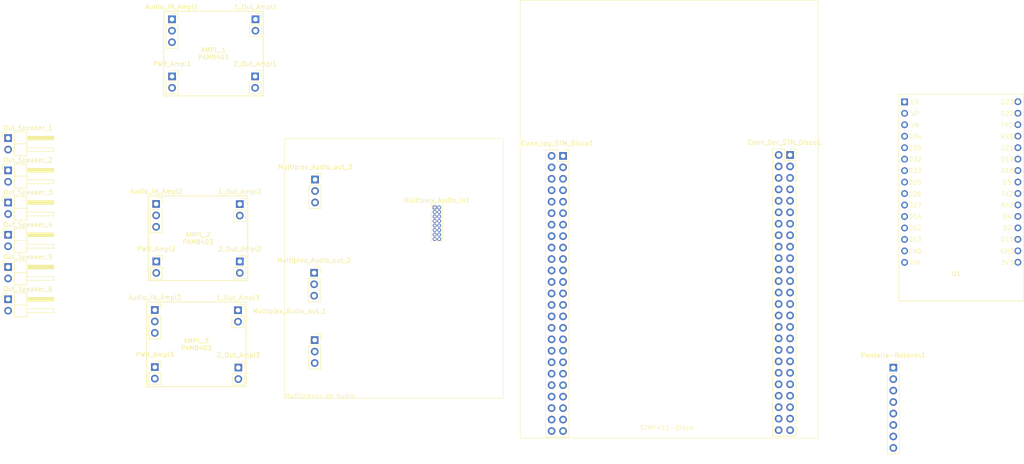
<source format=kicad_pcb>
(kicad_pcb (version 20241229) (generator "pcbnew") (generator_version "9.0")
  (layers (0 "F.Cu" signal) (2 "B.Cu" signal) (13 "F.Paste" user) (15 "B.Paste" user) (5 "F.SilkS" user "F.Silkscreen") (7 "B.SilkS" user "B.Silkscreen") (1 "F.Mask" user) (3 "B.Mask" user) (25 "Edge.Cuts" user))
  (net 0 "")
  (net 1 "/PA15")
  (net 2 "/3V")
  (net 3 "/PB3")
  (net 4 "/PC14")
  (net 5 "/PB9")
  (net 6 "/GND")
  (net 7 "/PE2")
  (net 8 "/PC12")
  (net 9 "/PB8")
  (net 10 "/PC7")
  (net 11 "/PD4")
  (net 12 "/PD1")
  (net 13 "/PC9")
  (net 14 "/PE3")
  (net 15 "/PE5")
  (net 16 "/PH0")
  (net 17 "/PD6")
  (net 18 "/PH1")
  (net 19 "/PA9")
  (net 20 "/PE6")
  (net 21 "/PE4")
  (net 22 "/PB7")
  (net 23 "/PD5")
  (net 24 "/PC10")
  (net 25 "/PA10")
  (net 26 "/PC11")
  (net 27 "/PB5")
  (net 28 "/PA14")
  (net 29 "/PD7")
  (net 30 "/PE0")
  (net 31 "/PD0")
  (net 32 "/PC15")
  (net 33 "/PB4")
  (net 34 "/5V")
  (net 35 "/VDD")
  (net 36 "/PA8")
  (net 37 "/BOOT0")
  (net 38 "/PB6")
  (net 39 "/PC13")
  (net 40 "/PC6")
  (net 41 "/PD2")
  (net 42 "/PE1")
  (net 43 "/PD3")
  (net 44 "/PC8")
  (net 45 "/PA13")
  (net 46 "/PE9")
  (net 47 "/NC")
  (net 48 "/PA3")
  (net 49 "/PD13")
  (net 50 "/PB10")
  (net 51 "/PD15")
  (net 52 "/PA2")
  (net 53 "/PE7")
  (net 54 "/PA4")
  (net 55 "/PD8")
  (net 56 "/PD12")
  (net 57 "/PD10")
  (net 58 "/PE14")
  (net 59 "/PE13")
  (net 60 "/PC5")
  (net 61 "/PD9")
  (net 62 "/PB15")
  (net 63 "/PA7")
  (net 64 "/PC1")
  (net 65 "/PB13")
  (net 66 "/PE12")
  (net 67 "/PC4")
  (net 68 "/PB0")
  (net 69 "/PE15")
  (net 70 "/PE8")
  (net 71 "/PB14")
  (net 72 "/PB12")
  (net 73 "/PC2")
  (net 74 "/PC0")
  (net 75 "/PA1")
  (net 76 "/PB2")
  (net 77 "/NRST")
  (net 78 "/PA6")
  (net 79 "/PE10")
  (net 80 "/PA5")
  (net 81 "/PD14")
  (net 82 "/PD11")
  (net 83 "/PB1")
  (net 84 "/PC3")
  (net 85 "/PA0")
  (net 86 "/PE11")
  (net 98 "Net-(U1-GND-Pad2)")
  (net 116 "Net-(1_Out_Ampl1-Pin_1)")
  (net 117 "Net-(1_Out_Ampl1-Pin_2)")
  (net 118 "Net-(1_Out_Ampl2-Pin_2)")
  (net 119 "Net-(1_Out_Ampl2-Pin_1)")
  (net 120 "Net-(1_Out_Ampl3-Pin_2)")
  (net 121 "Net-(1_Out_Ampl3-Pin_1)")
  (net 122 "Net-(2_Out_Ampl1-Pin_2)")
  (net 123 "Net-(2_Out_Ampl1-Pin_1)")
  (net 124 "Net-(2_Out_Ampl2-Pin_1)")
  (net 125 "Net-(2_Out_Ampl2-Pin_2)")
  (net 126 "Net-(2_Out_Ampl3-Pin_2)")
  (net 127 "Net-(2_Out_Ampl3-Pin_1)")
  (net 128 "Net-(Audio_IN_Ampl1-Pin_1)")
  (net 129 "Net-(Audio_IN_Ampl1-Pin_2)")
  (net 130 "Net-(Audio_IN_Ampl1-Pin_3)")
  (net 131 "Net-(Audio_IN_Ampl2-Pin_1)")
  (net 132 "Net-(Audio_IN_Ampl2-Pin_3)")
  (net 133 "Net-(Audio_IN_Ampl2-Pin_2)")
  (net 134 "Net-(Audio_IN_Ampl3-Pin_2)")
  (net 135 "Net-(Audio_IN_Ampl3-Pin_1)")
  (net 136 "Net-(Audio_IN_Ampl3-Pin_3)")
  (footprint "Connector_PinHeader_2.54mm:PinHeader_1x02_P2.54mm_Horizontal" (layer "F.Cu") (at 24.2 94.54)
    (property "Reference" "Out_Speaker_4" (at 4.385 -2.27 0) (layer "F.SilkS"))
    (property "Value" "Conn_01x02")
    (pad "1" thru_hole rect (at 0 0) (size 1.7 1.7) (drill 1) (layers "*.Cu" "*.Mask") (net 125 "Net-(2_Out_Ampl2-Pin_2)"))
    (pad "2" thru_hole circle (at 0 2.54) (size 1.7 1.7) (drill 1) (layers "*.Cu" "*.Mask") (net 124 "Net-(2_Out_Ampl2-Pin_1)"))
  )
  (footprint "Connector_PinSocket_2.54mm:PinSocket_1x02_P2.54mm_Vertical" (layer "F.Cu") (at 56.7 123.86)
    (property "Reference" "PWR_Ampl3" (at 0 -2.77 0) (layer "F.SilkS"))
    (property "Value" "Conn_01x02")
    (pad "1" thru_hole rect (at 0 0) (size 1.7 1.7) (drill 1) (layers "*.Cu" "*.Mask") (net 6 "/GND"))
    (pad "2" thru_hole circle (at 0 2.54) (size 1.7 1.7) (drill 1) (layers "*.Cu" "*.Mask") (net 35 "/VDD"))
  )
  (footprint "Connector_PinSocket_2.54mm:PinSocket_1x02_P2.54mm_Vertical" (layer "F.Cu") (at 79 46.8)
    (property "Reference" "1_Out_Ampl1" (at 0 -2.77 0) (layer "F.SilkS"))
    (property "Value" "Conn_01x02")
    (pad "1" thru_hole rect (at 0 0) (size 1.7 1.7) (drill 1) (layers "*.Cu" "*.Mask") (net 116 "Net-(1_Out_Ampl1-Pin_1)"))
    (pad "2" thru_hole circle (at 0 2.54) (size 1.7 1.7) (drill 1) (layers "*.Cu" "*.Mask") (net 117 "Net-(1_Out_Ampl1-Pin_2)"))
  )
  (footprint "Connector_PinSocket_2.54mm:PinSocket_1x02_P2.54mm_Vertical" (layer "F.Cu") (at 75.525 100.45)
    (property "Reference" "2_Out_Ampl2" (at 0 -2.77 0) (layer "F.SilkS"))
    (property "Value" "Conn_01x02")
    (pad "1" thru_hole rect (at 0 0) (size 1.7 1.7) (drill 1) (layers "*.Cu" "*.Mask") (net 124 "Net-(2_Out_Ampl2-Pin_1)"))
    (pad "2" thru_hole circle (at 0 2.54) (size 1.7 1.7) (drill 1) (layers "*.Cu" "*.Mask") (net 125 "Net-(2_Out_Ampl2-Pin_2)"))
  )
  (footprint "Connector_PinSocket_2.54mm:PinSocket_1x03_P2.54mm_Vertical" (layer "F.Cu") (at 92.2 82.3)
    (property "Reference" "Multiplex_Audio_out_3" (at 0 -2.77 0) (layer "F.SilkS"))
    (property "Value" "Conn_01x03")
    (pad "1" thru_hole rect (at 0 0) (size 1.7 1.7) (drill 1) (layers "*.Cu" "*.Mask") (net 134 "Net-(Audio_IN_Ampl3-Pin_2)"))
    (pad "2" thru_hole circle (at 0 2.54) (size 1.7 1.7) (drill 1) (layers "*.Cu" "*.Mask") (net 136 "Net-(Audio_IN_Ampl3-Pin_3)"))
    (pad "3" thru_hole circle (at 0 5.08) (size 1.7 1.7) (drill 1) (layers "*.Cu" "*.Mask") (net 135 "Net-(Audio_IN_Ampl3-Pin_1)"))
  )
  (footprint "Connector_PinSocket_2.54mm:PinSocket_1x03_P2.54mm_Vertical" (layer "F.Cu") (at 56.7 111.2)
    (property "Reference" "Audio_IN_Ampl3" (at 0 -2.77 0) (layer "F.SilkS"))
    (property "Value" "Conn_01x03")
    (pad "1" thru_hole rect (at 0 0) (size 1.7 1.7) (drill 1) (layers "*.Cu" "*.Mask") (net 135 "Net-(Audio_IN_Ampl3-Pin_1)"))
    (pad "2" thru_hole circle (at 0 2.54) (size 1.7 1.7) (drill 1) (layers "*.Cu" "*.Mask") (net 134 "Net-(Audio_IN_Ampl3-Pin_2)"))
    (pad "3" thru_hole circle (at 0 5.08) (size 1.7 1.7) (drill 1) (layers "*.Cu" "*.Mask") (net 136 "Net-(Audio_IN_Ampl3-Pin_3)"))
  )
  (footprint "Connector_PinSocket_2.54mm:PinSocket_1x02_P2.54mm_Vertical" (layer "F.Cu") (at 60.525 59.45)
    (property "Reference" "PWR_Ampl1" (at 0 -2.77 0) (layer "F.SilkS"))
    (property "Value" "Conn_01x02")
    (pad "1" thru_hole rect (at 0 0) (size 1.7 1.7) (drill 1) (layers "*.Cu" "*.Mask") (net 6 "/GND"))
    (pad "2" thru_hole circle (at 0 2.54) (size 1.7 1.7) (drill 1) (layers "*.Cu" "*.Mask") (net 35 "/VDD"))
  )
  (footprint "Connector_PinSocket_2.54mm:PinSocket_1x02_P2.54mm_Vertical" (layer "F.Cu") (at 75.125 111.25)
    (property "Reference" "1_Out_Ampl3" (at 0 -2.77 0) (layer "F.SilkS"))
    (property "Value" "Conn_01x02")
    (pad "1" thru_hole rect (at 0 0) (size 1.7 1.7) (drill 1) (layers "*.Cu" "*.Mask") (net 121 "Net-(1_Out_Ampl3-Pin_1)"))
    (pad "2" thru_hole circle (at 0 2.54) (size 1.7 1.7) (drill 1) (layers "*.Cu" "*.Mask") (net 120 "Net-(1_Out_Ampl3-Pin_2)"))
  )
  (footprint "Connector_PinSocket_2.54mm:PinSocket_1x03_P2.54mm_Vertical" (layer "F.Cu") (at 92 102.96)
    (property "Reference" "Multiplex_Audio_out_2" (at 0 -2.77 0) (layer "F.SilkS"))
    (property "Value" "Conn_01x03")
    (pad "1" thru_hole rect (at 0 0) (size 1.7 1.7) (drill 1) (layers "*.Cu" "*.Mask") (net 133 "Net-(Audio_IN_Ampl2-Pin_2)"))
    (pad "2" thru_hole circle (at 0 2.54) (size 1.7 1.7) (drill 1) (layers "*.Cu" "*.Mask") (net 132 "Net-(Audio_IN_Ampl2-Pin_3)"))
    (pad "3" thru_hole circle (at 0 5.08) (size 1.7 1.7) (drill 1) (layers "*.Cu" "*.Mask") (net 131 "Net-(Audio_IN_Ampl2-Pin_1)"))
  )
  (footprint "Connector_PinHeader_2.54mm:PinHeader_1x02_P2.54mm_Horizontal" (layer "F.Cu") (at 24.2 108.82)
    (property "Reference" "Out_Speaker_6" (at 4.385 -2.27 0) (layer "F.SilkS"))
    (property "Value" "Conn_01x02")
    (pad "1" thru_hole rect (at 0 0) (size 1.7 1.7) (drill 1) (layers "*.Cu" "*.Mask") (net 126 "Net-(2_Out_Ampl3-Pin_2)"))
    (pad "2" thru_hole circle (at 0 2.54) (size 1.7 1.7) (drill 1) (layers "*.Cu" "*.Mask") (net 127 "Net-(2_Out_Ampl3-Pin_1)"))
  )
  (footprint "Connector_PinHeader_2.54mm:PinHeader_1x02_P2.54mm_Horizontal" (layer "F.Cu") (at 24.2 87.4)
    (property "Reference" "Out_Speaker_3" (at 4.385 -2.27 0) (layer "F.SilkS"))
    (property "Value" "Conn_01x02")
    (pad "1" thru_hole rect (at 0 0) (size 1.7 1.7) (drill 1) (layers "*.Cu" "*.Mask") (net 118 "Net-(1_Out_Ampl2-Pin_2)"))
    (pad "2" thru_hole circle (at 0 2.54) (size 1.7 1.7) (drill 1) (layers "*.Cu" "*.Mask") (net 119 "Net-(1_Out_Ampl2-Pin_1)"))
  )
  (footprint "Connector_PinSocket_2.54mm:PinSocket_2x25_P2.54mm_Vertical" (layer "F.Cu") (at 147.14 77.06)
    (property "Reference" "Conn_Izq_STM_Disco1" (at -1.27 -2.77 0) (layer "F.SilkS"))
    (property "Value" "Conn_02x25_Odd_Even")
    (pad "1" thru_hole rect (at 0 0) (size 1.7 1.7) (drill 1) (layers "*.Cu" "*.Mask") (net 6 "/GND"))
    (pad "2" thru_hole circle (at -2.54 0) (size 1.7 1.7) (drill 1) (layers "*.Cu" "*.Mask") (net 6 "/GND"))
    (pad "3" thru_hole circle (at 0 2.54) (size 1.7 1.7) (drill 1) (layers "*.Cu" "*.Mask") (net 35 "/VDD"))
    (pad "4" thru_hole circle (at -2.54 2.54) (size 1.7 1.7) (drill 1) (layers "*.Cu" "*.Mask") (net 35 "/VDD"))
    (pad "5" thru_hole circle (at 0 5.08) (size 1.7 1.7) (drill 1) (layers "*.Cu" "*.Mask") (net 6 "/GND"))
    (pad "6" thru_hole circle (at -2.54 5.08) (size 1.7 1.7) (drill 1) (layers "*.Cu" "*.Mask") (net 77 "/NRST"))
    (pad "7" thru_hole circle (at 0 7.62) (size 1.7 1.7) (drill 1) (layers "*.Cu" "*.Mask") (net 64 "/PC1"))
    (pad "8" thru_hole circle (at -2.54 7.62) (size 1.7 1.7) (drill 1) (layers "*.Cu" "*.Mask") (net 74 "/PC0"))
    (pad "9" thru_hole circle (at 0 10.16) (size 1.7 1.7) (drill 1) (layers "*.Cu" "*.Mask") (net 84 "/PC3"))
    (pad "10" thru_hole circle (at -2.54 10.16) (size 1.7 1.7) (drill 1) (layers "*.Cu" "*.Mask") (net 73 "/PC2"))
    (pad "11" thru_hole circle (at 0 12.7) (size 1.7 1.7) (drill 1) (layers "*.Cu" "*.Mask") (net 75 "/PA1"))
    (pad "12" thru_hole circle (at -2.54 12.7) (size 1.7 1.7) (drill 1) (layers "*.Cu" "*.Mask") (net 85 "/PA0"))
    (pad "13" thru_hole circle (at 0 15.24) (size 1.7 1.7) (drill 1) (layers "*.Cu" "*.Mask") (net 48 "/PA3"))
    (pad "14" thru_hole circle (at -2.54 15.24) (size 1.7 1.7) (drill 1) (layers "*.Cu" "*.Mask") (net 52 "/PA2"))
    (pad "15" thru_hole circle (at 0 17.78) (size 1.7 1.7) (drill 1) (layers "*.Cu" "*.Mask") (net 80 "/PA5"))
    (pad "16" thru_hole circle (at -2.54 17.78) (size 1.7 1.7) (drill 1) (layers "*.Cu" "*.Mask") (net 54 "/PA4"))
    (pad "17" thru_hole circle (at 0 20.32) (size 1.7 1.7) (drill 1) (layers "*.Cu" "*.Mask") (net 63 "/PA7"))
    (pad "18" thru_hole circle (at -2.54 20.32) (size 1.7 1.7) (drill 1) (layers "*.Cu" "*.Mask") (net 78 "/PA6"))
    (pad "19" thru_hole circle (at 0 22.86) (size 1.7 1.7) (drill 1) (layers "*.Cu" "*.Mask") (net 60 "/PC5"))
    (pad "20" thru_hole circle (at -2.54 22.86) (size 1.7 1.7) (drill 1) (layers "*.Cu" "*.Mask") (net 67 "/PC4"))
    (pad "21" thru_hole circle (at 0 25.4) (size 1.7 1.7) (drill 1) (layers "*.Cu" "*.Mask") (net 83 "/PB1"))
    (pad "22" thru_hole circle (at -2.54 25.4) (size 1.7 1.7) (drill 1) (layers "*.Cu" "*.Mask") (net 68 "/PB0"))
    (pad "23" thru_hole circle (at 0 27.94) (size 1.7 1.7) (drill 1) (layers "*.Cu" "*.Mask") (net 6 "/GND"))
    (pad "24" thru_hole circle (at -2.54 27.94) (size 1.7 1.7) (drill 1) (layers "*.Cu" "*.Mask") (net 76 "/PB2"))
    (pad "25" thru_hole circle (at 0 30.48) (size 1.7 1.7) (drill 1) (layers "*.Cu" "*.Mask") (net 53 "/PE7"))
    (pad "26" thru_hole circle (at -2.54 30.48) (size 1.7 1.7) (drill 1) (layers "*.Cu" "*.Mask") (net 70 "/PE8"))
    (pad "27" thru_hole circle (at 0 33.02) (size 1.7 1.7) (drill 1) (layers "*.Cu" "*.Mask") (net 46 "/PE9"))
    (pad "28" thru_hole circle (at -2.54 33.02) (size 1.7 1.7) (drill 1) (layers "*.Cu" "*.Mask") (net 79 "/PE10"))
    (pad "29" thru_hole circle (at 0 35.56) (size 1.7 1.7) (drill 1) (layers "*.Cu" "*.Mask") (net 86 "/PE11"))
    (pad "30" thru_hole circle (at -2.54 35.56) (size 1.7 1.7) (drill 1) (layers "*.Cu" "*.Mask") (net 66 "/PE12"))
    (pad "31" thru_hole circle (at 0 38.1) (size 1.7 1.7) (drill 1) (layers "*.Cu" "*.Mask") (net 59 "/PE13"))
    (pad "32" thru_hole circle (at -2.54 38.1) (size 1.7 1.7) (drill 1) (layers "*.Cu" "*.Mask") (net 58 "/PE14"))
    (pad "33" thru_hole circle (at 0 40.64) (size 1.7 1.7) (drill 1) (layers "*.Cu" "*.Mask") (net 69 "/PE15"))
    (pad "34" thru_hole circle (at -2.54 40.64) (size 1.7 1.7) (drill 1) (layers "*.Cu" "*.Mask") (net 50 "/PB10"))
    (pad "35" thru_hole circle (at 0 43.18) (size 1.7 1.7) (drill 1) (layers "*.Cu" "*.Mask") (net 47 "/NC"))
    (pad "36" thru_hole circle (at -2.54 43.18) (size 1.7 1.7) (drill 1) (layers "*.Cu" "*.Mask") (net 72 "/PB12"))
    (pad "37" thru_hole circle (at 0 45.72) (size 1.7 1.7) (drill 1) (layers "*.Cu" "*.Mask") (net 65 "/PB13"))
    (pad "38" thru_hole circle (at -2.54 45.72) (size 1.7 1.7) (drill 1) (layers "*.Cu" "*.Mask") (net 71 "/PB14"))
    (pad "39" thru_hole circle (at 0 48.26) (size 1.7 1.7) (drill 1) (layers "*.Cu" "*.Mask") (net 62 "/PB15"))
    (pad "40" thru_hole circle (at -2.54 48.26) (size 1.7 1.7) (drill 1) (layers "*.Cu" "*.Mask") (net 55 "/PD8"))
    (pad "41" thru_hole circle (at 0 50.8) (size 1.7 1.7) (drill 1) (layers "*.Cu" "*.Mask") (net 61 "/PD9"))
    (pad "42" thru_hole circle (at -2.54 50.8) (size 1.7 1.7) (drill 1) (layers "*.Cu" "*.Mask") (net 57 "/PD10"))
    (pad "43" thru_hole circle (at 0 53.34) (size 1.7 1.7) (drill 1) (layers "*.Cu" "*.Mask") (net 82 "/PD11"))
    (pad "44" thru_hole circle (at -2.54 53.34) (size 1.7 1.7) (drill 1) (layers "*.Cu" "*.Mask") (net 56 "/PD12"))
    (pad "45" thru_hole circle (at 0 55.88) (size 1.7 1.7) (drill 1) (layers "*.Cu" "*.Mask") (net 49 "/PD13"))
    (pad "46" thru_hole circle (at -2.54 55.88) (size 1.7 1.7) (drill 1) (layers "*.Cu" "*.Mask") (net 81 "/PD14"))
    (pad "47" thru_hole circle (at 0 58.42) (size 1.7 1.7) (drill 1) (layers "*.Cu" "*.Mask") (net 51 "/PD15"))
    (pad "48" thru_hole circle (at -2.54 58.42) (size 1.7 1.7) (drill 1) (layers "*.Cu" "*.Mask") (net 47 "/NC"))
    (pad "49" thru_hole circle (at 0 60.96) (size 1.7 1.7) (drill 1) (layers "*.Cu" "*.Mask") (net 6 "/GND"))
    (pad "50" thru_hole circle (at -2.54 60.96) (size 1.7 1.7) (drill 1) (layers "*.Cu" "*.Mask") (net 6 "/GND"))
  )
  (footprint "Connector_PinSocket_2.54mm:PinSocket_1x02_P2.54mm_Vertical" (layer "F.Cu") (at 75.2 123.96)
    (property "Reference" "2_Out_Ampl3" (at 0 -2.77 0) (layer "F.SilkS"))
    (property "Value" "Conn_01x02")
    (pad "1" thru_hole rect (at 0 0) (size 1.7 1.7) (drill 1) (layers "*.Cu" "*.Mask") (net 127 "Net-(2_Out_Ampl3-Pin_1)"))
    (pad "2" thru_hole circle (at 0 2.54) (size 1.7 1.7) (drill 1) (layers "*.Cu" "*.Mask") (net 126 "Net-(2_Out_Ampl3-Pin_2)"))
  )
  (footprint "Connector_PinHeader_2.54mm:PinHeader_1x02_P2.54mm_Horizontal" (layer "F.Cu") (at 24.2 80.26)
    (property "Reference" "Out_Speaker_2" (at 4.385 -2.27 0) (layer "F.SilkS"))
    (property "Value" "Conn_01x02")
    (pad "1" thru_hole rect (at 0 0) (size 1.7 1.7) (drill 1) (layers "*.Cu" "*.Mask") (net 122 "Net-(2_Out_Ampl1-Pin_2)"))
    (pad "2" thru_hole circle (at 0 2.54) (size 1.7 1.7) (drill 1) (layers "*.Cu" "*.Mask") (net 123 "Net-(2_Out_Ampl1-Pin_1)"))
  )
  (footprint "Connector_PinSocket_2.54mm:PinSocket_1x03_P2.54mm_Vertical" (layer "F.Cu") (at 92.125 117.875)
    (property "Reference" "Multiplex_Audio_out_1" (at -5.6 -6.43 0) (layer "F.SilkS"))
    (property "Value" "Conn_01x03")
    (pad "1" thru_hole rect (at 0 0) (size 1.7 1.7) (drill 1) (layers "*.Cu" "*.Mask") (net 129 "Net-(Audio_IN_Ampl1-Pin_2)"))
    (pad "2" thru_hole circle (at 0 2.54) (size 1.7 1.7) (drill 1) (layers "*.Cu" "*.Mask") (net 130 "Net-(Audio_IN_Ampl1-Pin_3)"))
    (pad "3" thru_hole circle (at 0 5.08) (size 1.7 1.7) (drill 1) (layers "*.Cu" "*.Mask") (net 128 "Net-(Audio_IN_Ampl1-Pin_1)"))
  )
  (footprint "Connector_PinSocket_2.54mm:PinSocket_1x02_P2.54mm_Vertical" (layer "F.Cu") (at 78.925 59.45)
    (property "Reference" "2_Out_Ampl1" (at 0 -2.77 0) (layer "F.SilkS"))
    (property "Value" "Conn_01x02")
    (pad "1" thru_hole rect (at 0 0) (size 1.7 1.7) (drill 1) (layers "*.Cu" "*.Mask") (net 123 "Net-(2_Out_Ampl1-Pin_1)"))
    (pad "2" thru_hole circle (at 0 2.54) (size 1.7 1.7) (drill 1) (layers "*.Cu" "*.Mask") (net 122 "Net-(2_Out_Ampl1-Pin_2)"))
  )
  (footprint "Connector_PinSocket_2.54mm:PinSocket_1x08_P2.54mm_Vertical" (layer "F.Cu") (at 220.3 123.98)
    (property "Reference" "Pantalla-Botones1" (at 0 -2.77 0) (layer "F.SilkS"))
    (property "Value" "Conn_01x08")
    (pad "1" thru_hole rect (at 0 0) (size 1.7 1.7) (drill 1) (layers "*.Cu" "*.Mask") (net 6 "/GND"))
    (pad "2" thru_hole circle (at 0 2.54) (size 1.7 1.7) (drill 1) (layers "*.Cu" "*.Mask") (net 81 "/PD14"))
    (pad "3" thru_hole circle (at 0 5.08) (size 1.7 1.7) (drill 1) (layers "*.Cu" "*.Mask") (net 49 "/PD13"))
    (pad "4" thru_hole circle (at 0 7.62) (size 1.7 1.7) (drill 1) (layers "*.Cu" "*.Mask") (net 82 "/PD11"))
    (pad "5" thru_hole circle (at 0 10.16) (size 1.7 1.7) (drill 1) (layers "*.Cu" "*.Mask") (net 61 "/PD9"))
    (pad "6" thru_hole circle (at 0 12.7) (size 1.7 1.7) (drill 1) (layers "*.Cu" "*.Mask") (net 36 "/PA8"))
    (pad "7" thru_hole circle (at 0 15.24) (size 1.7 1.7) (drill 1) (layers "*.Cu" "*.Mask") (net 13 "/PC9"))
    (pad "8" thru_hole circle (at 0 17.78) (size 1.7 1.7) (drill 1) (layers "*.Cu" "*.Mask") (net 34 "/5V"))
  )
  (footprint "Connector_PinSocket_2.54mm:PinSocket_1x02_P2.54mm_Vertical" (layer "F.Cu") (at 57.025 100.45)
    (property "Reference" "PWR_Ampl2" (at 0 -2.77 0) (layer "F.SilkS"))
    (property "Value" "Conn_01x02")
    (pad "1" thru_hole rect (at 0 0) (size 1.7 1.7) (drill 1) (layers "*.Cu" "*.Mask") (net 6 "/GND"))
    (pad "2" thru_hole circle (at 0 2.54) (size 1.7 1.7) (drill 1) (layers "*.Cu" "*.Mask") (net 35 "/VDD"))
  )
  (footprint "Connector_PinSocket_2.54mm:PinSocket_1x02_P2.54mm_Vertical" (layer "F.Cu") (at 75.525 87.75)
    (property "Reference" "1_Out_Ampl2" (at 0 -2.77 0) (layer "F.SilkS"))
    (property "Value" "Conn_01x02")
    (pad "1" thru_hole rect (at 0 0) (size 1.7 1.7) (drill 1) (layers "*.Cu" "*.Mask") (net 119 "Net-(1_Out_Ampl2-Pin_1)"))
    (pad "2" thru_hole circle (at 0 2.54) (size 1.7 1.7) (drill 1) (layers "*.Cu" "*.Mask") (net 118 "Net-(1_Out_Ampl2-Pin_2)"))
  )
  (footprint "Connector_PinHeader_2.54mm:PinHeader_1x02_P2.54mm_Horizontal" (layer "F.Cu") (at 24.2 101.68)
    (property "Reference" "Out_Speaker_5" (at 4.385 -2.27 0) (layer "F.SilkS"))
    (property "Value" "Conn_01x02")
    (pad "1" thru_hole rect (at 0 0) (size 1.7 1.7) (drill 1) (layers "*.Cu" "*.Mask") (net 120 "Net-(1_Out_Ampl3-Pin_2)"))
    (pad "2" thru_hole circle (at 0 2.54) (size 1.7 1.7) (drill 1) (layers "*.Cu" "*.Mask") (net 121 "Net-(1_Out_Ampl3-Pin_1)"))
  )
  (footprint "Connector_PinSocket_2.54mm:PinSocket_1x03_P2.54mm_Vertical" (layer "F.Cu") (at 60.5 46.8)
    (property "Reference" "Audio_IN_Ampl1" (at 0 -2.77 0) (layer "F.SilkS"))
    (property "Value" "Conn_01x03")
    (pad "1" thru_hole rect (at 0 0) (size 1.7 1.7) (drill 1) (layers "*.Cu" "*.Mask") (net 128 "Net-(Audio_IN_Ampl1-Pin_1)"))
    (pad "2" thru_hole circle (at 0 2.54) (size 1.7 1.7) (drill 1) (layers "*.Cu" "*.Mask") (net 129 "Net-(Audio_IN_Ampl1-Pin_2)"))
    (pad "3" thru_hole circle (at 0 5.08) (size 1.7 1.7) (drill 1) (layers "*.Cu" "*.Mask") (net 130 "Net-(Audio_IN_Ampl1-Pin_3)"))
  )
  (footprint "Connector_PinHeader_2.54mm:PinHeader_1x02_P2.54mm_Horizontal" (layer "F.Cu") (at 24.2 73.12)
    (property "Reference" "Out_Speaker_1" (at 4.385 -2.27 0) (layer "F.SilkS"))
    (property "Value" "Conn_01x02")
    (pad "1" thru_hole rect (at 0 0) (size 1.7 1.7) (drill 1) (layers "*.Cu" "*.Mask") (net 117 "Net-(1_Out_Ampl1-Pin_2)"))
    (pad "2" thru_hole circle (at 0 2.54) (size 1.7 1.7) (drill 1) (layers "*.Cu" "*.Mask") (net 116 "Net-(1_Out_Ampl1-Pin_1)"))
  )
  (footprint "Connector_PinSocket_2.54mm:PinSocket_2x25_P2.54mm_Vertical" (layer "F.Cu") (at 197.44 76.86)
    (property "Reference" "Conn_Der_STM_Disco1" (at -1.27 -2.77 0) (layer "F.SilkS"))
    (property "Value" "Conn_02x25_Odd_Even")
    (pad "1" thru_hole rect (at 0 0) (size 1.7 1.7) (drill 1) (layers "*.Cu" "*.Mask") (net 6 "/GND"))
    (pad "2" thru_hole circle (at -2.54 0) (size 1.7 1.7) (drill 1) (layers "*.Cu" "*.Mask") (net 6 "/GND"))
    (pad "3" thru_hole circle (at 0 2.54) (size 1.7 1.7) (drill 1) (layers "*.Cu" "*.Mask") (net 34 "/5V"))
    (pad "4" thru_hole circle (at -2.54 2.54) (size 1.7 1.7) (drill 1) (layers "*.Cu" "*.Mask") (net 34 "/5V"))
    (pad "5" thru_hole circle (at 0 5.08) (size 1.7 1.7) (drill 1) (layers "*.Cu" "*.Mask") (net 2 "/3V"))
    (pad "6" thru_hole circle (at -2.54 5.08) (size 1.7 1.7) (drill 1) (layers "*.Cu" "*.Mask") (net 2 "/3V"))
    (pad "7" thru_hole circle (at 0 7.62) (size 1.7 1.7) (drill 1) (layers "*.Cu" "*.Mask") (net 16 "/PH0"))
    (pad "8" thru_hole circle (at -2.54 7.62) (size 1.7 1.7) (drill 1) (layers "*.Cu" "*.Mask") (net 18 "/PH1"))
    (pad "9" thru_hole circle (at 0 10.16) (size 1.7 1.7) (drill 1) (layers "*.Cu" "*.Mask") (net 4 "/PC14"))
    (pad "10" thru_hole circle (at -2.54 10.16) (size 1.7 1.7) (drill 1) (layers "*.Cu" "*.Mask") (net 32 "/PC15"))
    (pad "11" thru_hole circle (at 0 12.7) (size 1.7 1.7) (drill 1) (layers "*.Cu" "*.Mask") (net 20 "/PE6"))
    (pad "12" thru_hole circle (at -2.54 12.7) (size 1.7 1.7) (drill 1) (layers "*.Cu" "*.Mask") (net 39 "/PC13"))
    (pad "13" thru_hole circle (at 0 15.24) (size 1.7 1.7) (drill 1) (layers "*.Cu" "*.Mask") (net 21 "/PE4"))
    (pad "14" thru_hole circle (at -2.54 15.24) (size 1.7 1.7) (drill 1) (layers "*.Cu" "*.Mask") (net 15 "/PE5"))
    (pad "15" thru_hole circle (at 0 17.78) (size 1.7 1.7) (drill 1) (layers "*.Cu" "*.Mask") (net 7 "/PE2"))
    (pad "16" thru_hole circle (at -2.54 17.78) (size 1.7 1.7) (drill 1) (layers "*.Cu" "*.Mask") (net 14 "/PE3"))
    (pad "17" thru_hole circle (at 0 20.32) (size 1.7 1.7) (drill 1) (layers "*.Cu" "*.Mask") (net 30 "/PE0"))
    (pad "18" thru_hole circle (at -2.54 20.32) (size 1.7 1.7) (drill 1) (layers "*.Cu" "*.Mask") (net 42 "/PE1"))
    (pad "19" thru_hole circle (at 0 22.86) (size 1.7 1.7) (drill 1) (layers "*.Cu" "*.Mask") (net 9 "/PB8"))
    (pad "20" thru_hole circle (at -2.54 22.86) (size 1.7 1.7) (drill 1) (layers "*.Cu" "*.Mask") (net 5 "/PB9"))
    (pad "21" thru_hole circle (at 0 25.4) (size 1.7 1.7) (drill 1) (layers "*.Cu" "*.Mask") (net 37 "/BOOT0"))
    (pad "22" thru_hole circle (at -2.54 25.4) (size 1.7 1.7) (drill 1) (layers "*.Cu" "*.Mask") (net 35 "/VDD"))
    (pad "23" thru_hole circle (at 0 27.94) (size 1.7 1.7) (drill 1) (layers "*.Cu" "*.Mask") (net 38 "/PB6"))
    (pad "24" thru_hole circle (at -2.54 27.94) (size 1.7 1.7) (drill 1) (layers "*.Cu" "*.Mask") (net 22 "/PB7"))
    (pad "25" thru_hole circle (at 0 30.48) (size 1.7 1.7) (drill 1) (layers "*.Cu" "*.Mask") (net 33 "/PB4"))
    (pad "26" thru_hole circle (at -2.54 30.48) (size 1.7 1.7) (drill 1) (layers "*.Cu" "*.Mask") (net 27 "/PB5"))
    (pad "27" thru_hole circle (at 0 33.02) (size 1.7 1.7) (drill 1) (layers "*.Cu" "*.Mask") (net 29 "/PD7"))
    (pad "28" thru_hole circle (at -2.54 33.02) (size 1.7 1.7) (drill 1) (layers "*.Cu" "*.Mask") (net 3 "/PB3"))
    (pad "29" thru_hole circle (at 0 35.56) (size 1.7 1.7) (drill 1) (layers "*.Cu" "*.Mask") (net 23 "/PD5"))
    (pad "30" thru_hole circle (at -2.54 35.56) (size 1.7 1.7) (drill 1) (layers "*.Cu" "*.Mask") (net 17 "/PD6"))
    (pad "31" thru_hole circle (at 0 38.1) (size 1.7 1.7) (drill 1) (layers "*.Cu" "*.Mask") (net 43 "/PD3"))
    (pad "32" thru_hole circle (at -2.54 38.1) (size 1.7 1.7) (drill 1) (layers "*.Cu" "*.Mask") (net 11 "/PD4"))
    (pad "33" thru_hole circle (at 0 40.64) (size 1.7 1.7) (drill 1) (layers "*.Cu" "*.Mask") (net 12 "/PD1"))
    (pad "34" thru_hole circle (at -2.54 40.64) (size 1.7 1.7) (drill 1) (layers "*.Cu" "*.Mask") (net 41 "/PD2"))
    (pad "35" thru_hole circle (at 0 43.18) (size 1.7 1.7) (drill 1) (layers "*.Cu" "*.Mask") (net 8 "/PC12"))
    (pad "36" thru_hole circle (at -2.54 43.18) (size 1.7 1.7) (drill 1) (layers "*.Cu" "*.Mask") (net 31 "/PD0"))
    (pad "37" thru_hole circle (at 0 45.72) (size 1.7 1.7) (drill 1) (layers "*.Cu" "*.Mask") (net 24 "/PC10"))
    (pad "38" thru_hole circle (at -2.54 45.72) (size 1.7 1.7) (drill 1) (layers "*.Cu" "*.Mask") (net 26 "/PC11"))
    (pad "39" thru_hole circle (at 0 48.26) (size 1.7 1.7) (drill 1) (layers "*.Cu" "*.Mask") (net 28 "/PA14"))
    (pad "40" thru_hole circle (at -2.54 48.26) (size 1.7 1.7) (drill 1) (layers "*.Cu" "*.Mask") (net 1 "/PA15"))
    (pad "41" thru_hole circle (at 0 50.8) (size 1.7 1.7) (drill 1) (layers "*.Cu" "*.Mask") (net 25 "/PA10"))
    (pad "42" thru_hole circle (at -2.54 50.8) (size 1.7 1.7) (drill 1) (layers "*.Cu" "*.Mask") (net 45 "/PA13"))
    (pad "43" thru_hole circle (at 0 53.34) (size 1.7 1.7) (drill 1) (layers "*.Cu" "*.Mask") (net 36 "/PA8"))
    (pad "44" thru_hole circle (at -2.54 53.34) (size 1.7 1.7) (drill 1) (layers "*.Cu" "*.Mask") (net 19 "/PA9"))
    (pad "45" thru_hole circle (at 0 55.88) (size 1.7 1.7) (drill 1) (layers "*.Cu" "*.Mask") (net 44 "/PC8"))
    (pad "46" thru_hole circle (at -2.54 55.88) (size 1.7 1.7) (drill 1) (layers "*.Cu" "*.Mask") (net 13 "/PC9"))
    (pad "47" thru_hole circle (at 0 58.42) (size 1.7 1.7) (drill 1) (layers "*.Cu" "*.Mask") (net 40 "/PC6"))
    (pad "48" thru_hole circle (at -2.54 58.42) (size 1.7 1.7) (drill 1) (layers "*.Cu" "*.Mask") (net 10 "/PC7"))
    (pad "49" thru_hole circle (at 0 60.96) (size 1.7 1.7) (drill 1) (layers "*.Cu" "*.Mask") (net 6 "/GND"))
    (pad "50" thru_hole circle (at -2.54 60.96) (size 1.7 1.7) (drill 1) (layers "*.Cu" "*.Mask") (net 6 "/GND"))
  )
  (footprint "Connector_PinSocket_2.54mm:PinSocket_1x03_P2.54mm_Vertical" (layer "F.Cu") (at 57 87.7)
    (property "Reference" "Audio_IN_Ampl2" (at 0 -2.77 0) (layer "F.SilkS"))
    (property "Value" "Conn_01x03")
    (pad "1" thru_hole rect (at 0 0) (size 1.7 1.7) (drill 1) (layers "*.Cu" "*.Mask") (net 131 "Net-(Audio_IN_Ampl2-Pin_1)"))
    (pad "2" thru_hole circle (at 0 2.54) (size 1.7 1.7) (drill 1) (layers "*.Cu" "*.Mask") (net 133 "Net-(Audio_IN_Ampl2-Pin_2)"))
    (pad "3" thru_hole circle (at 0 5.08) (size 1.7 1.7) (drill 1) (layers "*.Cu" "*.Mask") (net 132 "Net-(Audio_IN_Ampl2-Pin_3)"))
  )
  (footprint "Library:ESP32-C3-DevKitV1" (layer "F.Cu") (at 222.7975 65.0925)
    (property "Reference" "U1" (at 11.43 38.1 0) (layer "F.SilkS"))
    (property "Value" "ESP32-DEVKIT-V1")
    (fp_text user "D33" (at 0.8 15.8 0) (layer "F.SilkS") (effects (font (thickness 0.1)) (justify left bottom)))
    (fp_text user "D4" (at 21.676191 26 0) (layer "F.SilkS") (effects (font (thickness 0.1)) (justify left bottom)))
    (fp_text user "D27" (at 0.8 23.5 0) (layer "F.SilkS") (effects (font (thickness 0.1)) (justify left bottom)))
    (fp_text user "D26" (at 0.8 21 0) (layer "F.SilkS") (effects (font (thickness 0.1)) (justify left bottom)))
    (fp_text user "RX2" (at 21.2 23.5 0) (layer "F.SilkS") (effects (font (thickness 0.1)) (justify left bottom)))
    (fp_text user "TX2" (at 21.319048 21 0) (layer "F.SilkS") (effects (font (thickness 0.1)) (justify left bottom)))
    (fp_text user "GND" (at 21.128572 33.7 0) (layer "F.SilkS") (effects (font (thickness 0.1)) (justify left bottom)))
    (fp_text user "3V3" (at 21.271429 36.2 0) (layer "F.SilkS") (effects (font (thickness 0.1)) (justify left bottom)))
    (fp_text user "D5" (at 21.676191 18.4 0) (layer "F.SilkS") (effects (font (thickness 0.1)) (justify left bottom)))
    (fp_text user "D2" (at 21.676191 28.5 0) (layer "F.SilkS") (effects (font (thickness 0.1)) (justify left bottom)))
    (fp_text user "VP" (at 1.32381 3.2 0) (layer "F.SilkS") (effects (font (thickness 0.1)) (justify left bottom)))
    (fp_text user "D21" (at 21.2 10.8 0) (layer "F.SilkS") (effects (font (thickness 0.1)) (justify left bottom)))
    (fp_text user "RXD" (at 21.176191 8.3 0) (layer "F.SilkS") (effects (font (thickness 0.1)) (justify left bottom)))
    (fp_text user "D15" (at 21.2 31 0) (layer "F.SilkS") (effects (font (thickness 0.1)) (justify left bottom)))
    (fp_text user "EN" (at 1.276191 0.6 0) (layer "F.SilkS") (effects (font (thickness 0.1)) (justify left bottom)))
    (fp_text user "D34" (at 0.8 8.3 0) (layer "F.SilkS") (effects (font (thickness 0.1)) (justify left bottom)))
    (fp_text user "D25" (at 0.8 18.4 0) (layer "F.SilkS") (effects (font (thickness 0.1)) (justify left bottom)))
    (fp_text user "VN" (at 1.3 5.7 0) (layer "F.SilkS") (effects (font (thickness 0.1)) (justify left bottom)))
    (fp_text user "D19" (at 21.2 13.3 0) (layer "F.SilkS") (effects (font (thickness 0.1)) (justify left bottom)))
    (fp_text user "D22" (at 21.2 3.2 0) (layer "F.SilkS") (effects (font (thickness 0.1)) (justify left bottom)))
    (fp_text user "VIN" (at 1.061905 36.2 0) (layer "F.SilkS") (effects (font (thickness 0.1)) (justify left bottom)))
    (fp_text user "D23" (at 21.2 0.6 0) (layer "F.SilkS") (effects (font (thickness 0.1)) (justify left bottom)))
    (fp_text user "GND" (at 0.728572 33.7 0) (layer "F.SilkS") (effects (font (thickness 0.1)) (justify left bottom)))
    (fp_text user "D14" (at 0.8 26 0) (layer "F.SilkS") (effects (font (thickness 0.1)) (justify left bottom)))
    (fp_text user "D18" (at 21.2 15.8 0) (layer "F.SilkS") (effects (font (thickness 0.1)) (justify left bottom)))
    (fp_text user "TXD" (at 21.295238 5.7 0) (layer "F.SilkS") (effects (font (thickness 0.1)) (justify left bottom)))
    (fp_text user "D32" (at 0.8 13.3 0) (layer "F.SilkS") (effects (font (thickness 0.1)) (justify left bottom)))
    (fp_text user "D35" (at 0.8 10.8 0) (layer "F.SilkS") (effects (font (thickness 0.1)) (justify left bottom)))
    (fp_text user "D13" (at 0.8 31 0) (layer "F.SilkS") (effects (font (thickness 0.1)) (justify left bottom)))
    (fp_text user "D12" (at 0.8 28.5 0) (layer "F.SilkS") (effects (font (thickness 0.1)) (justify left bottom)))
    (pad "1" thru_hole rect (at 0 0) (size 1.5 1.5) (drill 0.9) (layers "*.Cu" "*.Mask"))
    (pad "2" thru_hole circle (at 0 2.54) (size 1.5 1.5) (drill 0.9) (layers "*.Cu" "*.Mask") (net 98 "Net-(U1-GND-Pad2)"))
    (pad "3" thru_hole circle (at 0 5.08) (size 1.5 1.5) (drill 0.9) (layers "*.Cu" "*.Mask"))
    (pad "4" thru_hole circle (at 0 7.62) (size 1.5 1.5) (drill 0.9) (layers "*.Cu" "*.Mask"))
    (pad "5" thru_hole circle (at 0 10.16) (size 1.5 1.5) (drill 0.9) (layers "*.Cu" "*.Mask"))
    (pad "6" thru_hole circle (at 0 12.7) (size 1.5 1.5) (drill 0.9) (layers "*.Cu" "*.Mask"))
    (pad "7" thru_hole circle (at 0 15.24) (size 1.5 1.5) (drill 0.9) (layers "*.Cu" "*.Mask"))
    (pad "8" thru_hole circle (at 0 17.78) (size 1.5 1.5) (drill 0.9) (layers "*.Cu" "*.Mask"))
    (pad "9" thru_hole circle (at 0 20.32) (size 1.5 1.5) (drill 0.9) (layers "*.Cu" "*.Mask"))
    (pad "10" thru_hole circle (at 0 22.86) (size 1.5 1.5) (drill 0.9) (layers "*.Cu" "*.Mask"))
    (pad "11" thru_hole circle (at 0 25.4) (size 1.5 1.5) (drill 0.9) (layers "*.Cu" "*.Mask"))
    (pad "12" thru_hole circle (at 0 27.94) (size 1.5 1.5) (drill 0.9) (layers "*.Cu" "*.Mask"))
    (pad "13" thru_hole circle (at 0 30.48) (size 1.5 1.5) (drill 0.9) (layers "*.Cu" "*.Mask"))
    (pad "14" thru_hole circle (at 0 33.02) (size 1.5 1.5) (drill 0.9) (layers "*.Cu" "*.Mask"))
    (pad "15" thru_hole circle (at 0 35.56) (size 1.5 1.5) (drill 0.9) (layers "*.Cu" "*.Mask"))
    (pad "16" thru_hole circle (at 25.1 35.54) (size 1.5 1.5) (drill 0.9) (layers "*.Cu" "*.Mask"))
    (pad "17" thru_hole circle (at 25.1 33) (size 1.5 1.5) (drill 0.9) (layers "*.Cu" "*.Mask"))
    (pad "18" thru_hole circle (at 25.1 30.46) (size 1.5 1.5) (drill 0.9) (layers "*.Cu" "*.Mask"))
    (pad "19" thru_hole circle (at 25.1 27.92) (size 1.5 1.5) (drill 0.9) (layers "*.Cu" "*.Mask"))
    (pad "20" thru_hole circle (at 25.1 25.38) (size 1.5 1.5) (drill 0.9) (layers "*.Cu" "*.Mask"))
    (pad "21" thru_hole circle (at 25.1 22.84) (size 1.5 1.5) (drill 0.9) (layers "*.Cu" "*.Mask"))
    (pad "22" thru_hole circle (at 25.1 20.3) (size 1.5 1.5) (drill 0.9) (layers "*.Cu" "*.Mask"))
    (pad "23" thru_hole circle (at 25.1 17.76) (size 1.5 1.5) (drill 0.9) (layers "*.Cu" "*.Mask"))
    (pad "24" thru_hole circle (at 25.1 15.22) (size 1.5 1.5) (drill 0.9) (layers "*.Cu" "*.Mask"))
    (pad "25" thru_hole circle (at 25.1 12.68) (size 1.5 1.5) (drill 0.9) (layers "*.Cu" "*.Mask"))
    (pad "26" thru_hole circle (at 25.1 10.14) (size 1.5 1.5) (drill 0.9) (layers "*.Cu" "*.Mask"))
    (pad "27" thru_hole circle (at 25.1 7.6) (size 1.5 1.5) (drill 0.9) (layers "*.Cu" "*.Mask"))
    (pad "28" thru_hole circle (at 25.1 5.06) (size 1.5 1.5) (drill 0.9) (layers "*.Cu" "*.Mask"))
    (pad "29" thru_hole circle (at 25.1 2.52) (size 1.5 1.5) (drill 0.9) (layers "*.Cu" "*.Mask") (net 98 "Net-(U1-GND-Pad2)"))
    (pad "30" thru_hole circle (at 25.1 -0.02) (size 1.5 1.5) (drill 0.9) (layers "*.Cu" "*.Mask"))
  )
  (footprint "Connector_PinHeader_1.00mm:PinHeader_2x08_P1.00mm_Vertical" (layer "F.Cu") (at 118.7 88.5)
    (property "Reference" "Multiplex_Audio_in1" (at 0.5 -1.61 0) (layer "F.SilkS"))
    (property "Value" "Conn_02x08_Counter_Clockwise")
    (pad "1" thru_hole rect (at 0 0) (size 0.85 0.85) (drill 0.5) (layers "*.Cu" "*.Mask") (net 35 "/VDD"))
    (pad "2" thru_hole circle (at 1 0) (size 0.85 0.85) (drill 0.5) (layers "*.Cu" "*.Mask") (net 6 "/GND"))
    (pad "3" thru_hole circle (at 0 1) (size 0.85 0.85) (drill 0.5) (layers "*.Cu" "*.Mask") (net 64 "/PC1"))
    (pad "4" thru_hole circle (at 1 1) (size 0.85 0.85) (drill 0.5) (layers "*.Cu" "*.Mask") (net 84 "/PC3"))
    (pad "5" thru_hole circle (at 0 2) (size 0.85 0.85) (drill 0.5) (layers "*.Cu" "*.Mask") (net 75 "/PA1"))
    (pad "6" thru_hole circle (at 1 2) (size 0.85 0.85) (drill 0.5) (layers "*.Cu" "*.Mask") (net 48 "/PA3"))
    (pad "7" thru_hole circle (at 0 3) (size 0.85 0.85) (drill 0.5) (layers "*.Cu" "*.Mask") (net 80 "/PA5"))
    (pad "8" thru_hole circle (at 1 3) (size 0.85 0.85) (drill 0.5) (layers "*.Cu" "*.Mask") (net 63 "/PA7"))
    (pad "9" thru_hole circle (at 0 4) (size 0.85 0.85) (drill 0.5) (layers "*.Cu" "*.Mask") (net 78 "/PA6"))
    (pad "10" thru_hole circle (at 1 4) (size 0.85 0.85) (drill 0.5) (layers "*.Cu" "*.Mask") (net 54 "/PA4"))
    (pad "11" thru_hole circle (at 0 5) (size 0.85 0.85) (drill 0.5) (layers "*.Cu" "*.Mask") (net 52 "/PA2"))
    (pad "12" thru_hole circle (at 1 5) (size 0.85 0.85) (drill 0.5) (layers "*.Cu" "*.Mask") (net 85 "/PA0"))
    (pad "13" thru_hole circle (at 0 6) (size 0.85 0.85) (drill 0.5) (layers "*.Cu" "*.Mask") (net 73 "/PC2"))
    (pad "14" thru_hole circle (at 1 6) (size 0.85 0.85) (drill 0.5) (layers "*.Cu" "*.Mask") (net 74 "/PC0"))
    (pad "15" thru_hole circle (at 0 7) (size 0.85 0.85) (drill 0.5) (layers "*.Cu" "*.Mask") (net 77 "/NRST"))
    (pad "16" thru_hole circle (at 1 7) (size 0.85 0.85) (drill 0.5) (layers "*.Cu" "*.Mask") (net 35 "/VDD"))
  )
  (gr_rect (start 58.685 45.015) (end 80.715 63.785) (stroke (width 0.15)) (fill no) (layer "F.SilkS"))
  (gr_rect (start 85.4 73.25) (end 133.9 130.75) (stroke (width 0.1)) (fill no) (layer "F.SilkS"))
  (gr_rect (start 54.885 109.43) (end 76.915 128.2) (stroke (width 0.15)) (fill no) (layer "F.SilkS"))
  (gr_rect (start 55.255 85.93) (end 77.285 104.7) (stroke (width 0.15)) (fill no) (layer "F.SilkS"))
  (gr_rect (start 137.64 42.58) (end 203.64 139.58) (stroke (width 0.1)) (fill no) (layer "F.SilkS"))
  (gr_text "AMPL_3\nPAM8403" (at 65.9 118.815 0) (layer "F.SilkS") (effects (font (size 1 1))))
  (gr_text "STMF411-Disco" (at 164.14 137.88 0) (layer "F.SilkS") (effects (font (size 1 1) (thickness 0.1)) (justify left bottom)))
  (gr_text "AMPL_2\nPAM8403" (at 66.27 95.315 0) (layer "F.SilkS") (effects (font (size 1 1))))
  (gr_text "Multiplexor de Audio\n" (at 85.4 130.75 0) (layer "F.SilkS") (effects (font (size 1 1) (thickness 0.1)) (justify left bottom)))
  (gr_text "AMPL_1\nPAM8403" (at 69.7 54.4 0) (layer "F.SilkS") (effects (font (size 1 1))))
)
</source>
